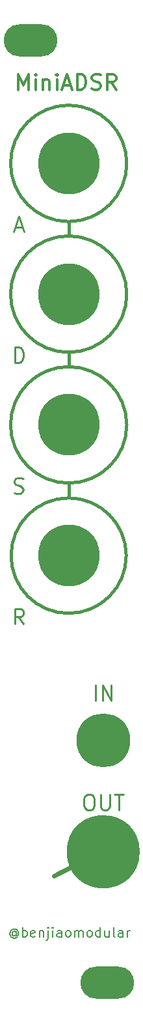
<source format=gbr>
%TF.GenerationSoftware,KiCad,Pcbnew,5.1.9+dfsg1-1~bpo10+1*%
%TF.CreationDate,2022-01-20T02:52:03+08:00*%
%TF.ProjectId,MiniADSR 1.1 - Front Panel,4d696e69-4144-4535-9220-312e31202d20,rev?*%
%TF.SameCoordinates,Original*%
%TF.FileFunction,Soldermask,Top*%
%TF.FilePolarity,Negative*%
%FSLAX46Y46*%
G04 Gerber Fmt 4.6, Leading zero omitted, Abs format (unit mm)*
G04 Created by KiCad (PCBNEW 5.1.9+dfsg1-1~bpo10+1) date 2022-01-20 02:52:03*
%MOMM*%
%LPD*%
G01*
G04 APERTURE LIST*
%ADD10C,0.150000*%
%ADD11C,1.500000*%
%ADD12C,0.400000*%
%ADD13C,0.600000*%
%ADD14C,0.240000*%
%ADD15C,0.300000*%
%ADD16C,7.000000*%
%ADD17C,8.000000*%
%ADD18O,7.000000X4.200000*%
G04 APERTURE END LIST*
D10*
X53165476Y-158970238D02*
X53105952Y-158910714D01*
X52986904Y-158851190D01*
X52867857Y-158851190D01*
X52748809Y-158910714D01*
X52689285Y-158970238D01*
X52629761Y-159089285D01*
X52629761Y-159208333D01*
X52689285Y-159327380D01*
X52748809Y-159386904D01*
X52867857Y-159446428D01*
X52986904Y-159446428D01*
X53105952Y-159386904D01*
X53165476Y-159327380D01*
X53165476Y-158851190D02*
X53165476Y-159327380D01*
X53225000Y-159386904D01*
X53284523Y-159386904D01*
X53403571Y-159327380D01*
X53463095Y-159208333D01*
X53463095Y-158910714D01*
X53344047Y-158732142D01*
X53165476Y-158613095D01*
X52927380Y-158553571D01*
X52689285Y-158613095D01*
X52510714Y-158732142D01*
X52391666Y-158910714D01*
X52332142Y-159148809D01*
X52391666Y-159386904D01*
X52510714Y-159565476D01*
X52689285Y-159684523D01*
X52927380Y-159744047D01*
X53165476Y-159684523D01*
X53344047Y-159565476D01*
X53998809Y-159565476D02*
X53998809Y-158315476D01*
X53998809Y-158791666D02*
X54117857Y-158732142D01*
X54355952Y-158732142D01*
X54475000Y-158791666D01*
X54534523Y-158851190D01*
X54594047Y-158970238D01*
X54594047Y-159327380D01*
X54534523Y-159446428D01*
X54475000Y-159505952D01*
X54355952Y-159565476D01*
X54117857Y-159565476D01*
X53998809Y-159505952D01*
X55605952Y-159505952D02*
X55486904Y-159565476D01*
X55248809Y-159565476D01*
X55129761Y-159505952D01*
X55070238Y-159386904D01*
X55070238Y-158910714D01*
X55129761Y-158791666D01*
X55248809Y-158732142D01*
X55486904Y-158732142D01*
X55605952Y-158791666D01*
X55665476Y-158910714D01*
X55665476Y-159029761D01*
X55070238Y-159148809D01*
X56201190Y-158732142D02*
X56201190Y-159565476D01*
X56201190Y-158851190D02*
X56260714Y-158791666D01*
X56379761Y-158732142D01*
X56558333Y-158732142D01*
X56677380Y-158791666D01*
X56736904Y-158910714D01*
X56736904Y-159565476D01*
X57332142Y-158732142D02*
X57332142Y-159803571D01*
X57272619Y-159922619D01*
X57153571Y-159982142D01*
X57094047Y-159982142D01*
X57332142Y-158315476D02*
X57272619Y-158375000D01*
X57332142Y-158434523D01*
X57391666Y-158375000D01*
X57332142Y-158315476D01*
X57332142Y-158434523D01*
X57927380Y-159565476D02*
X57927380Y-158732142D01*
X57927380Y-158315476D02*
X57867857Y-158375000D01*
X57927380Y-158434523D01*
X57986904Y-158375000D01*
X57927380Y-158315476D01*
X57927380Y-158434523D01*
X59058333Y-159565476D02*
X59058333Y-158910714D01*
X58998809Y-158791666D01*
X58879761Y-158732142D01*
X58641666Y-158732142D01*
X58522619Y-158791666D01*
X59058333Y-159505952D02*
X58939285Y-159565476D01*
X58641666Y-159565476D01*
X58522619Y-159505952D01*
X58463095Y-159386904D01*
X58463095Y-159267857D01*
X58522619Y-159148809D01*
X58641666Y-159089285D01*
X58939285Y-159089285D01*
X59058333Y-159029761D01*
X59832142Y-159565476D02*
X59713095Y-159505952D01*
X59653571Y-159446428D01*
X59594047Y-159327380D01*
X59594047Y-158970238D01*
X59653571Y-158851190D01*
X59713095Y-158791666D01*
X59832142Y-158732142D01*
X60010714Y-158732142D01*
X60129761Y-158791666D01*
X60189285Y-158851190D01*
X60248809Y-158970238D01*
X60248809Y-159327380D01*
X60189285Y-159446428D01*
X60129761Y-159505952D01*
X60010714Y-159565476D01*
X59832142Y-159565476D01*
X60784523Y-159565476D02*
X60784523Y-158732142D01*
X60784523Y-158851190D02*
X60844047Y-158791666D01*
X60963095Y-158732142D01*
X61141666Y-158732142D01*
X61260714Y-158791666D01*
X61320238Y-158910714D01*
X61320238Y-159565476D01*
X61320238Y-158910714D02*
X61379761Y-158791666D01*
X61498809Y-158732142D01*
X61677380Y-158732142D01*
X61796428Y-158791666D01*
X61855952Y-158910714D01*
X61855952Y-159565476D01*
X62629761Y-159565476D02*
X62510714Y-159505952D01*
X62451190Y-159446428D01*
X62391666Y-159327380D01*
X62391666Y-158970238D01*
X62451190Y-158851190D01*
X62510714Y-158791666D01*
X62629761Y-158732142D01*
X62808333Y-158732142D01*
X62927380Y-158791666D01*
X62986904Y-158851190D01*
X63046428Y-158970238D01*
X63046428Y-159327380D01*
X62986904Y-159446428D01*
X62927380Y-159505952D01*
X62808333Y-159565476D01*
X62629761Y-159565476D01*
X64117857Y-159565476D02*
X64117857Y-158315476D01*
X64117857Y-159505952D02*
X63998809Y-159565476D01*
X63760714Y-159565476D01*
X63641666Y-159505952D01*
X63582142Y-159446428D01*
X63522619Y-159327380D01*
X63522619Y-158970238D01*
X63582142Y-158851190D01*
X63641666Y-158791666D01*
X63760714Y-158732142D01*
X63998809Y-158732142D01*
X64117857Y-158791666D01*
X65248809Y-158732142D02*
X65248809Y-159565476D01*
X64713095Y-158732142D02*
X64713095Y-159386904D01*
X64772619Y-159505952D01*
X64891666Y-159565476D01*
X65070238Y-159565476D01*
X65189285Y-159505952D01*
X65248809Y-159446428D01*
X66022619Y-159565476D02*
X65903571Y-159505952D01*
X65844047Y-159386904D01*
X65844047Y-158315476D01*
X67034523Y-159565476D02*
X67034523Y-158910714D01*
X66975000Y-158791666D01*
X66855952Y-158732142D01*
X66617857Y-158732142D01*
X66498809Y-158791666D01*
X67034523Y-159505952D02*
X66915476Y-159565476D01*
X66617857Y-159565476D01*
X66498809Y-159505952D01*
X66439285Y-159386904D01*
X66439285Y-159267857D01*
X66498809Y-159148809D01*
X66617857Y-159089285D01*
X66915476Y-159089285D01*
X67034523Y-159029761D01*
X67629761Y-159565476D02*
X67629761Y-158732142D01*
X67629761Y-158970238D02*
X67689285Y-158851190D01*
X67748809Y-158791666D01*
X67867857Y-158732142D01*
X67986904Y-158732142D01*
D11*
X68500000Y-148500000D02*
G75*
G03*
X68500000Y-148500000I-4000000J0D01*
G01*
D12*
X60000000Y-100700000D02*
X60000000Y-102300000D01*
X60000000Y-83700000D02*
X60000000Y-85300000D01*
X60000000Y-66700000D02*
X60000000Y-68300000D01*
D13*
X58100000Y-151600000D02*
X60500000Y-150400000D01*
D14*
X63477380Y-128829761D02*
X63477380Y-126829761D01*
X64429761Y-128829761D02*
X64429761Y-126829761D01*
X65572619Y-128829761D01*
X65572619Y-126829761D01*
X62475000Y-141054761D02*
X62855952Y-141054761D01*
X63046428Y-141150000D01*
X63236904Y-141340476D01*
X63332142Y-141721428D01*
X63332142Y-142388095D01*
X63236904Y-142769047D01*
X63046428Y-142959523D01*
X62855952Y-143054761D01*
X62475000Y-143054761D01*
X62284523Y-142959523D01*
X62094047Y-142769047D01*
X61998809Y-142388095D01*
X61998809Y-141721428D01*
X62094047Y-141340476D01*
X62284523Y-141150000D01*
X62475000Y-141054761D01*
X64189285Y-141054761D02*
X64189285Y-142673809D01*
X64284523Y-142864285D01*
X64379761Y-142959523D01*
X64570238Y-143054761D01*
X64951190Y-143054761D01*
X65141666Y-142959523D01*
X65236904Y-142864285D01*
X65332142Y-142673809D01*
X65332142Y-141054761D01*
X65998809Y-141054761D02*
X67141666Y-141054761D01*
X66570238Y-143054761D02*
X66570238Y-141054761D01*
D15*
X53416666Y-49404761D02*
X53416666Y-47404761D01*
X54083333Y-48833333D01*
X54750000Y-47404761D01*
X54750000Y-49404761D01*
X55702380Y-49404761D02*
X55702380Y-48071428D01*
X55702380Y-47404761D02*
X55607142Y-47500000D01*
X55702380Y-47595238D01*
X55797619Y-47500000D01*
X55702380Y-47404761D01*
X55702380Y-47595238D01*
X56654761Y-48071428D02*
X56654761Y-49404761D01*
X56654761Y-48261904D02*
X56750000Y-48166666D01*
X56940476Y-48071428D01*
X57226190Y-48071428D01*
X57416666Y-48166666D01*
X57511904Y-48357142D01*
X57511904Y-49404761D01*
X58464285Y-49404761D02*
X58464285Y-48071428D01*
X58464285Y-47404761D02*
X58369047Y-47500000D01*
X58464285Y-47595238D01*
X58559523Y-47500000D01*
X58464285Y-47404761D01*
X58464285Y-47595238D01*
X59321428Y-48833333D02*
X60273809Y-48833333D01*
X59130952Y-49404761D02*
X59797619Y-47404761D01*
X60464285Y-49404761D01*
X61130952Y-49404761D02*
X61130952Y-47404761D01*
X61607142Y-47404761D01*
X61892857Y-47500000D01*
X62083333Y-47690476D01*
X62178571Y-47880952D01*
X62273809Y-48261904D01*
X62273809Y-48547619D01*
X62178571Y-48928571D01*
X62083333Y-49119047D01*
X61892857Y-49309523D01*
X61607142Y-49404761D01*
X61130952Y-49404761D01*
X63035714Y-49309523D02*
X63321428Y-49404761D01*
X63797619Y-49404761D01*
X63988095Y-49309523D01*
X64083333Y-49214285D01*
X64178571Y-49023809D01*
X64178571Y-48833333D01*
X64083333Y-48642857D01*
X63988095Y-48547619D01*
X63797619Y-48452380D01*
X63416666Y-48357142D01*
X63226190Y-48261904D01*
X63130952Y-48166666D01*
X63035714Y-47976190D01*
X63035714Y-47785714D01*
X63130952Y-47595238D01*
X63226190Y-47500000D01*
X63416666Y-47404761D01*
X63892857Y-47404761D01*
X64178571Y-47500000D01*
X66178571Y-49404761D02*
X65511904Y-48452380D01*
X65035714Y-49404761D02*
X65035714Y-47404761D01*
X65797619Y-47404761D01*
X65988095Y-47500000D01*
X66083333Y-47595238D01*
X66178571Y-47785714D01*
X66178571Y-48071428D01*
X66083333Y-48261904D01*
X65988095Y-48357142D01*
X65797619Y-48452380D01*
X65035714Y-48452380D01*
D12*
X67500000Y-110000000D02*
G75*
G03*
X67500000Y-110000000I-7500000J0D01*
G01*
X67566373Y-93000000D02*
G75*
G03*
X67566373Y-93000000I-7566373J0D01*
G01*
X67566373Y-76000000D02*
G75*
G03*
X67566373Y-76000000I-7566373J0D01*
G01*
X67566373Y-59000000D02*
G75*
G03*
X67566373Y-59000000I-7566373J0D01*
G01*
D14*
X53023809Y-67333333D02*
X53976190Y-67333333D01*
X52833333Y-67904761D02*
X53500000Y-65904761D01*
X54166666Y-67904761D01*
X52928571Y-101809523D02*
X53214285Y-101904761D01*
X53690476Y-101904761D01*
X53880952Y-101809523D01*
X53976190Y-101714285D01*
X54071428Y-101523809D01*
X54071428Y-101333333D01*
X53976190Y-101142857D01*
X53880952Y-101047619D01*
X53690476Y-100952380D01*
X53309523Y-100857142D01*
X53119047Y-100761904D01*
X53023809Y-100666666D01*
X52928571Y-100476190D01*
X52928571Y-100285714D01*
X53023809Y-100095238D01*
X53119047Y-100000000D01*
X53309523Y-99904761D01*
X53785714Y-99904761D01*
X54071428Y-100000000D01*
X54119047Y-118904761D02*
X53452380Y-117952380D01*
X52976190Y-118904761D02*
X52976190Y-116904761D01*
X53738095Y-116904761D01*
X53928571Y-117000000D01*
X54023809Y-117095238D01*
X54119047Y-117285714D01*
X54119047Y-117571428D01*
X54023809Y-117761904D01*
X53928571Y-117857142D01*
X53738095Y-117952380D01*
X52976190Y-117952380D01*
X52976190Y-84904761D02*
X52976190Y-82904761D01*
X53452380Y-82904761D01*
X53738095Y-83000000D01*
X53928571Y-83190476D01*
X54023809Y-83380952D01*
X54119047Y-83761904D01*
X54119047Y-84047619D01*
X54023809Y-84428571D01*
X53928571Y-84619047D01*
X53738095Y-84809523D01*
X53452380Y-84904761D01*
X52976190Y-84904761D01*
D16*
%TO.C,REF\u002A\u002A*%
X64500000Y-134000000D03*
%TD*%
D17*
%TO.C,REF\u002A\u002A*%
X60000000Y-110000000D03*
%TD*%
%TO.C,REF\u002A\u002A*%
X60000000Y-93000000D03*
%TD*%
%TO.C,REF\u002A\u002A*%
X60000000Y-76000000D03*
%TD*%
%TO.C,REF\u002A\u002A*%
X60000000Y-59000000D03*
%TD*%
D18*
%TO.C,REF\u002A\u002A*%
X65000000Y-165500000D03*
X55000000Y-43000000D03*
%TD*%
D16*
%TO.C,REF\u002A\u002A*%
X64500000Y-148500000D03*
%TD*%
M02*

</source>
